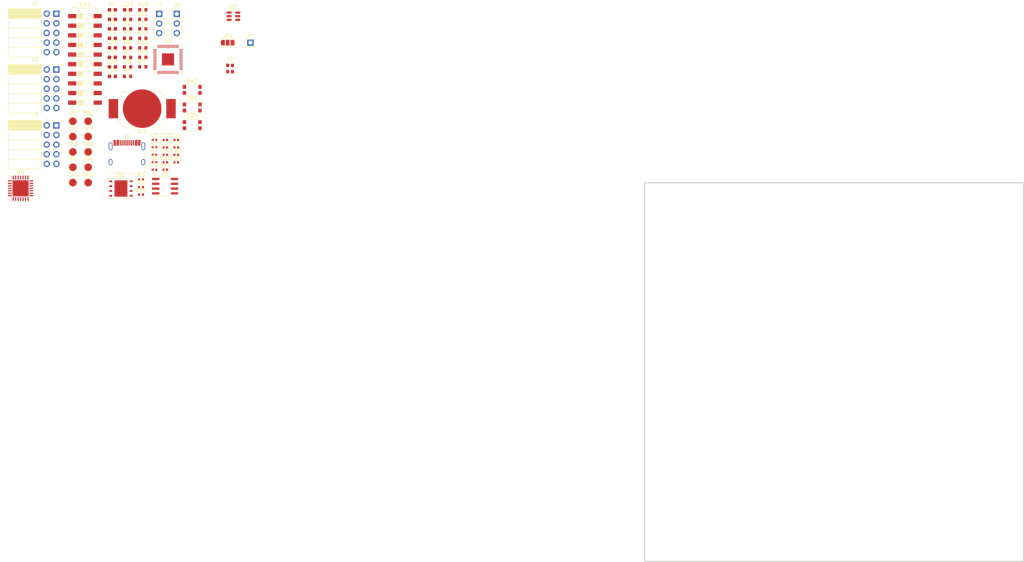
<source format=kicad_pcb>
(kicad_pcb (version 20240108) (generator "pcbnew") (generator_version "8.0")
  (layers (0 "F.Cu" signal) (31 "B.Cu" signal) (34 "B.Paste" user) (35 "F.Paste" user) (36 "B.SilkS" user "B.Silkscreen") (37 "F.SilkS" user "F.Silkscreen") (38 "B.Mask" user) (39 "F.Mask" user) (44 "Edge.Cuts" user))
  (net 0 "")
  (net 1 "Net-(BT1-+)")
  (net 2 "GND")
  (net 3 "VBUS")
  (net 4 "+3.3V")
  (net 5 "+1V1")
  (net 6 "Net-(JP1-C)")
  (net 7 "Net-(U2-OUT)")
  (net 8 "+3V3")
  (net 9 "Net-(U4-RUN)")
  (net 10 "Net-(C18-Pad1)")
  (net 11 "Net-(U4-XIN)")
  (net 12 "Net-(C21-Pad2)")
  (net 13 "Net-(U6-GPA2)")
  (net 14 "/Minutes_Tens_B")
  (net 15 "/Minutes_Ones_B")
  (net 16 "/Minutes_Tens_A")
  (net 17 "/UART0 RX")
  (net 18 "/UART0 TX")
  (net 19 "/Minutes_Ones_D")
  (net 20 "/Minutes_Tens_C")
  (net 21 "/Minutes_Ones_A")
  (net 22 "/Minutes_Ones_C")
  (net 23 "/Minutes_Tens_D")
  (net 24 "Net-(J3-Pin_8)")
  (net 25 "/Dimming")
  (net 26 "/I2C1_SCL")
  (net 27 "/I2C1_SDA")
  (net 28 "Net-(J3-Pin_7)")
  (net 29 "Net-(J6-D--PadA7)")
  (net 31 "/Settings_Interrupt")
  (net 32 "Net-(J6-D+-PadA6)")
  (net 33 "/Hours_Tens_A")
  (net 34 "/Hours_Tens_D")
  (net 35 "/Hours_Tens_B")
  (net 36 "/Hours_Tens_C")
  (net 37 "/Hours_Ones_A")
  (net 38 "/Hours_Ones_D")
  (net 39 "/Hours_Ones_B")
  (net 40 "/Hours_Ones_C")
  (net 42 "/UART1_TX")
  (net 43 "/UART1_RX")
  (net 44 "/RTC_Interrupt")
  (net 45 "Net-(J6-CC1)")
  (net 46 "Net-(J6-CC2)")
  (net 47 "Net-(J8-Pin_3)")
  (net 48 "Net-(J8-Pin_1)")
  (net 49 "Net-(U1-FB)")
  (net 50 "Net-(U1-PG)")
  (net 51 "Net-(U4-USB_DM)")
  (net 52 "Net-(U4-USB_DP)")
  (net 53 "Net-(U4-QSPI_SS)")
  (net 54 "Net-(U4-XOUT)")
  (net 55 "Net-(U6-~{RESET})")
  (net 56 "Net-(U6-INTB)")
  (net 57 "Net-(U6-GPB7)")
  (net 58 "Net-(U6-GPB3)")
  (net 59 "Net-(U6-GPB4)")
  (net 60 "Net-(U6-GPA1)")
  (net 61 "Net-(U6-GPA0)")
  (net 62 "Net-(U6-GPB5)")
  (net 63 "Net-(U6-GPB2)")
  (net 64 "Net-(U6-GPB1)")
  (net 65 "Net-(U6-GPB0)")
  (net 66 "Net-(U6-GPB6)")
  (net 67 "Net-(U4-GPIO27_ADC1)")
  (net 68 "Net-(U4-GPIO28_ADC2)")
  (net 69 "Net-(U4-GPIO29_ADC3)")
  (net 70 "Net-(U6-GPA3)")
  (net 71 "Net-(U6-GPA4)")
  (net 72 "Net-(U6-GPA5)")
  (net 73 "Net-(U6-GPA6)")
  (net 74 "Net-(U6-GPA7)")
  (net 75 "/GPS_Enable")
  (net 77 "Net-(U4-QSPI_SD2)")
  (net 78 "/GPS_Connected")
  (net 79 "Net-(U4-QSPI_SD1)")
  (net 80 "Net-(U4-QSPI_SD3)")
  (net 81 "Net-(U4-QSPI_SD0)")
  (net 82 "Net-(U4-QSPI_SCLK)")
  (footprint "Package_SON:WSON-8-1EP_6x5mm_P1.27mm_EP3.4x4.3mm" (layer "F.Cu") (at -38.1775 51.515)
    (property "Reference" "U5" (at 0 -3.45 0) (layer "F.SilkS"))
    (property "Value" "W25Q128JVP")
    (pad "1" smd roundrect (at -2.7 -1.905) (size 0.75 0.5) (layers "F.Cu" "F.Paste" "F.Mask") (net 53 "Net-(U4-QSPI_SS)"))
    (pad "2" smd roundrect (at -2.7 -0.635) (size 0.75 0.5) (layers "F.Cu" "F.Paste" "F.Mask") (net 79 "Net-(U4-QSPI_SD1)"))
    (pad "3" smd roundrect (at -2.7 0.635) (size 0.75 0.5) (layers "F.Cu" "F.Paste" "F.Mask") (net 77 "Net-(U4-QSPI_SD2)"))
    (pad "4" smd roundrect (at -2.7 1.905) (size 0.75 0.5) (layers "F.Cu" "F.Paste" "F.Mask") (net 2 "GND"))
    (pad "5" smd roundrect (at 2.7 1.905) (size 0.75 0.5) (layers "F.Cu" "F.Paste" "F.Mask") (net 81 "Net-(U4-QSPI_SD0)"))
    (pad "6" smd roundrect (at 2.7 0.635) (size 0.75 0.5) (layers "F.Cu" "F.Paste" "F.Mask") (net 82 "Net-(U4-QSPI_SCLK)"))
    (pad "7" smd roundrect (at 2.7 -0.635) (size 0.75 0.5) (layers "F.Cu" "F.Paste" "F.Mask") (net 80 "Net-(U4-QSPI_SD3)"))
    (pad "8" smd roundrect (at 2.7 -1.905) (size 0.75 0.5) (layers "F.Cu" "F.Paste" "F.Mask") (net 8 "+3V3"))
    (pad "9" smd rect (at 0 0) (size 3.4 4.3) (property pad_prop_heatsink) (layers "F.Cu" "F.Mask") (net 2 "GND"))
  )
  (footprint "TestPoint:TestPoint_Pad_D2.0mm" (layer "F.Cu") (at -50.8725 49.95)
    (property "Reference" "TP5" (at 0 -1.998 0) (layer "F.SilkS"))
    (property "Value" "TestPoint")
    (pad "1" smd circle (at 0 0) (size 2 2) (layers "F.Cu" "F.Mask") (net 69 "Net-(U4-GPIO29_ADC3)"))
  )
  (footprint "Capacitor_SMD:C_0402_1005Metric" (layer "F.Cu") (at -29.3225 42.62)
    (property "Reference" "C7" (at 0 -1.16 0) (layer "F.SilkS"))
    (property "Value" "100n")
    (pad "1" smd roundrect (at -0.48 0) (size 0.56 0.62) (layers "F.Cu" "F.Paste" "F.Mask") (net 4 "+3.3V"))
    (pad "2" smd roundrect (at 0.48 0) (size 0.56 0.62) (layers "F.Cu" "F.Paste" "F.Mask") (net 2 "GND"))
  )
  (footprint "Resistor_SMD:R_0603_1608Metric" (layer "F.Cu") (at -32.4225 19.38)
    (property "Reference" "R17" (at 0 -1.43 0) (layer "F.SilkS"))
    (property "Value" "10k")
    (pad "1" smd roundrect (at -0.825 0) (size 0.8 0.95) (layers "F.Cu" "F.Paste" "F.Mask") (net 8 "+3V3"))
    (pad "2" smd roundrect (at 0.825 0) (size 0.8 0.95) (layers "F.Cu" "F.Paste" "F.Mask") (net 56 "Net-(U6-INTB)"))
  )
  (footprint "Package_SO:SOIC-8_3.9x4.9mm_P1.27mm" (layer "F.Cu") (at -26.5325 50.9)
    (property "Reference" "U3" (at 0 -3.4 0) (layer "F.SilkS"))
    (property "Value" "DS3231MZ")
    (pad "1" smd roundrect (at -2.475 -1.905) (size 1.95 0.6) (layers "F.Cu" "F.Paste" "F.Mask"))
    (pad "2" smd roundrect (at -2.475 -0.635) (size 1.95 0.6) (layers "F.Cu" "F.Paste" "F.Mask") (net 8 "+3V3"))
    (pad "3" smd roundrect (at -2.475 0.635) (size 1.95 0.6) (layers "F.Cu" "F.Paste" "F.Mask") (net 44 "/RTC_Interrupt"))
    (pad "4" smd roundrect (at -2.475 1.905) (size 1.95 0.6) (layers "F.Cu" "F.Paste" "F.Mask") (net 8 "+3V3"))
    (pad "5" smd roundrect (at 2.475 1.905) (size 1.95 0.6) (layers "F.Cu" "F.Paste" "F.Mask") (net 2 "GND"))
    (pad "6" smd roundrect (at 2.475 0.635) (size 1.95 0.6) (layers "F.Cu" "F.Paste" "F.Mask") (net 1 "Net-(BT1-+)"))
    (pad "7" smd roundrect (at 2.475 -0.635) (size 1.95 0.6) (layers "F.Cu" "F.Paste" "F.Mask") (net 27 "/I2C1_SDA"))
    (pad "8" smd roundrect (at 2.475 -1.905) (size 1.95 0.6) (layers "F.Cu" "F.Paste" "F.Mask") (net 26 "/I2C1_SCL"))
  )
  (footprint "Resistor_SMD:R_0402_1005Metric" (layer "F.Cu") (at -32.8725 53.14)
    (property "Reference" "R14" (at 0 -1.17 0) (layer "F.SilkS"))
    (property "Value" "1k")
    (pad "1" smd roundrect (at -0.51 0) (size 0.54 0.64) (layers "F.Cu" "F.Paste" "F.Mask") (net 54 "Net-(U4-XOUT)"))
    (pad "2" smd roundrect (at 0.51 0) (size 0.54 0.64) (layers "F.Cu" "F.Paste" "F.Mask") (net 12 "Net-(C21-Pad2)"))
  )
  (footprint "Resistor_SMD:R_0603_1608Metric" (layer "F.Cu") (at -36.4325 19.38)
    (property "Reference" "R8" (at 0 -1.43 0) (layer "F.SilkS"))
    (property "Value" "10k")
    (pad "1" smd roundrect (at -0.825 0) (size 0.8 0.95) (layers "F.Cu" "F.Paste" "F.Mask") (net 9 "Net-(U4-RUN)"))
    (pad "2" smd roundrect (at 0.825 0) (size 0.8 0.95) (layers "F.Cu" "F.Paste" "F.Mask") (net 4 "+3.3V"))
  )
  (footprint "Package_TO_SOT_SMD:SOT-23-6" (layer "F.Cu") (at -8.5 6)
    (property "Reference" "U2" (at 0 -2.4 0) (layer "F.SilkS"))
    (property "Value" "AP22913")
    (pad "1" smd roundrect (at -1.1375 -0.95) (size 1.325 0.6) (layers "F.Cu" "F.Paste" "F.Mask") (net 7 "Net-(U2-OUT)"))
    (pad "2" smd roundrect (at -1.1375 0) (size 1.325 0.6) (layers "F.Cu" "F.Paste" "F.Mask") (net 2 "GND"))
    (pad "3" smd roundrect (at -1.1375 0.95) (size 1.325 0.6) (layers "F.Cu" "F.Paste" "F.Mask") (net 75 "/GPS_Enable"))
    (pad "4" smd roundrect (at 1.1375 0.95) (size 1.325 0.6) (layers "F.Cu" "F.Paste" "F.Mask") (net 6 "Net-(JP1-C)"))
    (pad "5" smd roundrect (at 1.1375 0) (size 1.325 0.6) (layers "F.Cu" "F.Paste" "F.Mask") (net 2 "GND"))
    (pad "6" smd roundrect (at 1.1375 -0.95) (size 1.325 0.6) (layers "F.Cu" "F.Paste" "F.Mask") (net 6 "Net-(JP1-C)"))
  )
  (footprint "Capacitor_SMD:C_0603_1608Metric" (layer "F.Cu") (at -36.4325 4.32)
    (property "Reference" "C23" (at 0 -1.43 0) (layer "F.SilkS"))
    (property "Value" "100n")
    (pad "1" smd roundrect (at -0.775 0) (size 0.9 0.95) (layers "F.Cu" "F.Paste" "F.Mask") (net 13 "Net-(U6-GPA2)"))
    (pad "2" smd roundrect (at 0.775 0) (size 0.9 0.95) (layers "F.Cu" "F.Paste" "F.Mask") (net 2 "GND"))
  )
  (footprint "Resistor_SMD:R_0603_1608Metric" (layer "F.Cu") (at -36.4325 11.85)
    (property "Reference" "R3" (at 0 -1.43 0) (layer "F.SilkS"))
    (property "Value" "499k")
    (pad "1" smd roundrect (at -0.825 0) (size 0.8 0.95) (layers "F.Cu" "F.Paste" "F.Mask") (net 50 "Net-(U1-PG)"))
    (pad "2" smd roundrect (at 0.825 0) (size 0.8 0.95) (layers "F.Cu" "F.Paste" "F.Mask") (net 4 "+3.3V"))
  )
  (footprint "Resistor_SMD:R_0603_1608Metric" (layer "F.Cu") (at -36.4325 6.83)
    (property "Reference" "R1" (at 0 -1.43 0) (layer "F.SilkS"))
    (property "Value" "523k")
    (pad "1" smd roundrect (at -0.825 0) (size 0.8 0.95) (layers "F.Cu" "F.Paste" "F.Mask") (net 49 "Net-(U1-FB)"))
    (pad "2" smd roundrect (at 0.825 0) (size 0.8 0.95) (layers "F.Cu" "F.Paste" "F.Mask") (net 4 "+3.3V"))
  )
  (footprint "Capacitor_SMD:C_0402_1005Metric" (layer "F.Cu") (at -29.3225 40.65)
    (property "Reference" "C6" (at 0 -1.16 0) (layer "F.SilkS"))
    (property "Value" "100n")
    (pad "1" smd roundrect (at -0.48 0) (size 0.56 0.62) (layers "F.Cu" "F.Paste" "F.Mask") (net 5 "+1V1"))
    (pad "2" smd roundrect (at 0.48 0) (size 0.56 0.62) (layers "F.Cu" "F.Paste" "F.Mask") (net 2 "GND"))
  )
  (footprint "Capacitor_SMD:C_0402_1005Metric" (layer "F.Cu") (at -23.5825 42.62)
    (property "Reference" "C20" (at 0 -1.16 0) (layer "F.SilkS"))
    (property "Value" "8p")
    (pad "1" smd roundrect (at -0.48 0) (size 0.56 0.62) (layers "F.Cu" "F.Paste" "F.Mask") (net 2 "GND"))
    (pad "2" smd roundrect (at 0.48 0) (size 0.56 0.62) (layers "F.Cu" "F.Paste" "F.Mask") (net 11 "Net-(U4-XIN)"))
  )
  (footprint "Connector_USB:USB_C_Receptacle_HRO_TYPE-C-31-M-12" (layer "F.Cu") (at -36.6025 43.49)
    (property "Reference" "J6" (at 0 -5.645 0) (layer "F.SilkS"))
    (property "Value" "USB_C_Receptacle_USB2.0")
    (pad "" np_thru_hole circle (at -2.89 -2.6) (size 0.65 0.65) (drill 0.65) (layers "*.Cu" "*.Mask"))
    (pad "" np_thru_hole circle (at 2.89 -2.6) (size 0.65 0.65) (drill 0.65) (layers "*.Cu" "*.Mask"))
    (pad "A1" smd rect (at -3.25 -4.045) (size 0.6 1.45) (layers "F.Cu" "F.Paste" "F.Mask") (net 2 "GND"))
    (pad "A4" smd rect (at -2.45 -4.045) (size 0.6 1.45) (layers "F.Cu" "F.Paste" "F.Mask") (net 3 "VBUS"))
    (pad "A5" smd rect (at -1.25 -4.045) (size 0.3 1.45) (layers "F.Cu" "F.Paste" "F.Mask") (net 45 "Net-(J6-CC1)"))
    (pad "A6" smd rect (at -0.25 -4.045) (size 0.3 1.45) (layers "F.Cu" "F.Paste" "F.Mask") (net 32 "Net-(J6-D+-PadA6)"))
    (pad "A7" smd rect (at 0.25 -4.045) (size 0.3 1.45) (layers "F.Cu" "F.Paste" "F.Mask") (net 29 "Net-(J6-D--PadA7)"))
    (pad "A8" smd rect (at 1.25 -4.045) (size 0.3 1.45) (layers "F.Cu" "F.Paste" "F.Mask"))
    (pad "A9" smd rect (at 2.45 -4.045) (size 0.6 1.45) (layers "F.Cu" "F.Paste" "F.Mask") (net 3 "VBUS"))
    (pad "A12" smd rect (at 3.25 -4.045) (size 0.6 1.45) (layers "F.Cu" "F.Paste" "F.Mask") (net 2 "GND"))
    (pad "B1" smd rect (at 3.25 -4.045) (size 0.6 1.45) (layers "F.Cu" "F.Paste" "F.Mask") (net 2 "GND"))
    (pad "B4" smd rect (at 2.45 -4.045) (size 0.6 1.45) (layers "F.Cu" "F.Paste" "F.Mask") (net 3 "VBUS"))
    (pad "B5" smd rect (at 1.75 -4.045) (size 0.3 1.45) (layers "F.Cu" "F.Paste" "F.Mask") (net 46 "Net-(J6-CC2)"))
    (pad "B6" smd rect (at 0.75 -4.045) (size 0.3 1.45) (layers "F.Cu" "F.Paste" "F.Mask") (net 32 "Net-(J6-D+-PadA6)"))
    (pad "B7" smd rect (at -0.75 -4.045) (size 0.3 1.45) (layers "F.Cu" "F.Paste" "F.Mask") (net 29 "Net-(J6-D--PadA7)"))
    (pad "B8" smd rect (at -1.75 -4.045) (size 0.3 1.45) (layers "F.Cu" "F.Paste" "F.Mask"))
    (pad "B9" smd rect (at -2.45 -4.045) (size 0.6 1.45) (layers "F.Cu" "F.Paste" "F.Mask") (net 3 "VBUS"))
    (pad "B12" smd rect (at -3.25 -4.045) (size 0.6 1.45) (layers "F.Cu" "F.Paste" "F.Mask") (net 2 "GND"))
    (pad "S1" thru_hole oval (at -4.32 -3.13) (size 1 2.1) (drill oval 0.6 1.7) (layers "*.Cu" "*.Mask") (net 2 "GND"))
    (pad "S1" thru_hole oval (at -4.32 1.05) (size 1 1.6) (drill oval 0.6 1.2) (layers "*.Cu" "*.Mask") (net 2 "GND"))
    (pad "S1" thru_hole oval (at 4.32 -3.13) (size 1 2.1) (drill oval 0.6 1.7) (layers "*.Cu" "*.Mask") (net 2 "GND"))
    (pad "S1" thru_hole oval (at 4.32 1.05) (size 1 1.6) (drill oval 0.6 1.2) (layers "*.Cu" "*.Mask") (net 2 "GND"))
  )
  (footprint "Capacitor_SMD:C_0603_1608Metric" (layer "F.Cu") (at -40.4425 9.34)
    (property "Reference" "C3" (at 0 -1.43 0) (layer "F.SilkS"))
    (property "Value" "1u")
    (pad "1" smd roundrect (at -0.775 0) (size 0.9 0.95) (layers "F.Cu" "F.Paste" "F.Mask") (net 6 "Net-(JP1-C)"))
    (pad "2" smd roundrect (at 0.775 0) (size 0.9 0.95) (layers "F.Cu" "F.Paste" "F.Mask") (net 2 "GND"))
  )
  (footprint "Capacitor_SMD:C_0603_1608Metric" (layer "F.Cu") (at -40.4425 19.38)
    (property "Reference" "C18" (at 0 -1.43 0) (layer "F.SilkS"))
    (property "Value" "100n")
    (pad "1" smd roundrect (at -0.775 0) (size 0.9 0.95) (layers "F.Cu" "F.Paste" "F.Mask") (net 10 "Net-(C18-Pad1)"))
    (pad "2" smd roundrect (at 0.775 0) (size 0.9 0.95) (layers "F.Cu" "F.Paste" "F.Mask") (net 2 "GND"))
  )
  (footprint "Capacitor_SMD:C_0402_1005Metric" (layer "F.Cu") (at -29.3225 44.59)
    (property "Reference" "C8" (at 0 -1.16 0) (layer "F.SilkS"))
    (property "Value" "100n")
    (pad "1" smd roundrect (at -0.48 0) (size 0.56 0.62) (layers "F.Cu" "F.Paste" "F.Mask") (net 4 "+3.3V"))
    (pad "2" smd roundrect (at 0.48 0) (size 0.56 0.62) (layers "F.Cu" "F.Paste" "F.Mask") (net 2 "GND"))
  )
  (footprint "Jumper:SolderJumper-3_P1.3mm_Open_RoundedPad1.0x1.5mm" (layer "F.Cu") (at -10 13)
    (property "Reference" "JP1" (at 0 -1.8 0) (layer "F.SilkS"))
    (property "Value" "SolderJumper_3_Open")
    (pad "1" smd custom (at -1.3 0) (size 1 0.5) (layers "F.Cu" "F.Mask") (net 3 "VBUS") (options (clearance outline) (anchor rect)) (primitives (gr_circle (center 0 0.25) (end 0.5 0.25) (width 0) (fill yes)) (gr_circle (center 0 -0.25) (end 0.5 -0.25) (width 0) (fill yes)) (gr_poly (pts (xy 0.55 0.75) (xy 0 0.75) (xy 0 -0.75) (xy 0.55 -0.75)) (width 0) (fill yes))))
    (pad "2" smd rect (at 0 0) (size 1 1.5) (layers "F.Cu" "F.Mask") (net 6 "Net-(JP1-C)"))
    (pad "3" smd custom (at 1.3 0) (size 1 0.5) (layers "F.Cu" "F.Mask") (net 4 "+3.3V") (options (clearance outline) (anchor rect)) (primitives (gr_circle (center 0 0.25) (end 0.5 0.25) (width 0) (fill yes)) (gr_circle (center 0 -0.25) (end 0.5 -0.25) (width 0) (fill yes)) (gr_poly (pts (xy 0 0.75) (xy -0.55 0.75) (xy -0.55 -0.75) (xy 0 -0.75)) (width 0) (fill yes))))
  )
  (footprint "Button_Switch_SMD:SW_DIP_SPSTx10_Slide_6.7x26.96mm_W6.73mm_P2.54mm_LowProfile_JPin" (layer "F.Cu") (at -47.6725 17.405)
    (property "Reference" "SW3" (at 0 -14.54 0) (layer "F.SilkS"))
    (property "Value" "SW_DIP_x10")
    (pad "1" smd rect (at -3.365 -11.43) (size 2.16 1.12) (layers "F.Cu" "F.Paste" "F.Mask") (net 65 "Net-(U6-GPB0)"))
    (pad "2" smd rect (at -3.365 -8.89) (size 2.16 1.12) (layers "F.Cu" "F.Paste" "F.Mask") (net 64 "Net-(U6-GPB1)"))
    (pad "3" smd rect (at -3.365 -6.35) (size 2.16 1.12) (layers "F.Cu" "F.Paste" "F.Mask") (net 63 "Net-(U6-GPB2)"))
    (pad "4" smd rect (at -3.365 -3.81) (size 2.16 1.12) (layers "F.Cu" "F.Paste" "F.Mask") (net 58 "Net-(U6-GPB3)"))
    (pad "5" smd rect (at -3.365 -1.27) (size 2.16 1.12) (layers "F.Cu" "F.Paste" "F.Mask") (net 59 "Net-(U6-GPB4)"))
    (pad "6" smd rect (at -3.365 1.27) (size 2.16 1.12) (layers "F.Cu" "F.Paste" "F.Mask") (net 62 "Net-(U6-GPB5)"))
    (pad "7" smd rect (at -3.365 3.81) (size 2.16 1.12) (layers "F.Cu" "F.Paste" "F.Mask") (net 66 "Net-(U6-GPB6)"))
    (pad "8" smd rect (at -3.365 6.35) (size 2.16 1.12) (layers "F.Cu" "F.Paste" "F.Mask") (net 57 "Net-(U6-GPB7)"))
    (pad "9" smd rect (at -3.365 8.89) (size 2.16 1.12) (layers "F.Cu" "F.Paste" "F.Mask") (net 61 "Net-(U6-GPA0)"))
    (pad "10" smd rect (at -3.365 11.43) (size 2.16 1.12) (layers "F.Cu" "F.Paste" "F.Mask") (net 60 "Net-(U6-GPA1)"))
    (pad "11" smd rect (at 3.365 11.43) (size 2.16 1.12) (layers "F.Cu" "F.Paste" "F.Mask") (net 2 "GND"))
    (pad "12" smd rect (at 3.365 8.89) (size 2.16 1.12) (layers "F.Cu" "F.Paste" "F.Mask") (net 2 "GND"))
    (pad "13" smd rect (at 3.365 6.35) (size 2.16 1.12) (layers "F.Cu" "F.Paste" "F.Mask") (net 2 "GND"))
    (pad "14" smd rect (at 3.365 3.81) (size 2.16 1.12) (layers "F.Cu" "F.Paste" "F.Mask") (net 2 "GND"))
    (pad "15" smd rect (at 3.365 1.27) (size 2.16 1.12) (layers "F.Cu" "F.Paste" "F.Mask") (net 2 "GND"))
    (pad "16" smd rect (at 3.365 -1.27) (size 2.16 1.12) (layers "F.Cu" "F.Paste" "F.Mask") (net 2 "GND"))
    (pad "17" smd rect (at 3.365 -3.81) (size 2.16 1.12) (layers "F.Cu" "F.Paste" "F.Mask") (net 2 "GND"))
    (pad "18" smd rect (at 3.365 -6.35) (size 2.16 1.12) (layers "F.Cu" "F.Paste" "F.Mask") (net 2 "GND"))
    (pad "19" smd rect (at 3.365 -8.89) (size 2.16 1.12) (layers "F.Cu" "F.Paste" "F.Mask") (net 2 "GND"))
    (pad "20" smd rect (at 3.365 -11.43) (size 2.16 1.12) (layers "F.Cu" "F.Paste" "F.Mask") (net 2 "GND"))
  )
  (footprint "TestPoint:TestPoint_Pad_D2.0mm" (layer "F.Cu") (at -46.8225 41.85)
    (property "Reference" "TP8" (at 0 -1.998 0) (layer "F.SilkS"))
    (property "Value" "TestPoint")
    (pad "1" smd circle (at 0 0) (size 2 2) (layers "F.Cu" "F.Mask") (net 72 "Net-(U6-GPA5)"))
  )
  (footprint "Capacitor_SMD:C_0402_1005Metric" (layer "F.Cu") (at -23.5825 44.59)
    (property "Reference" "C21" (at 0 -1.16 0) (layer "F.SilkS"))
    (property "Value" "8p")
    (pad "1" smd roundrect (at -0.48 0) (size 0.56 0.62) (layers "F.Cu" "F.Paste" "F.Mask") (net 2 "GND"))
    (pad "2" smd roundrect (at 0.48 0) (size 0.56 0.62) (layers "F.Cu" "F.Paste" "F.Mask") (net 12 "Net-(C21-Pad2)"))
  )
  (footprint "Capacitor_SMD:C_0603_1608Metric" (layer "F.Cu") (at -40.4425 21.89)
    (property "Reference" "C22" (at 0 -1.43 0) (layer "F.SilkS"))
    (property "Value" "100n")
    (pad "1" smd roundrect (at -0.775 0) (size 0.9 0.95) (layers "F.Cu" "F.Paste" "F.Mask") (net 8 "+3V3"))
    (pad "2" smd roundrect (at 0.775 0) (size 0.9 0.95) (layers "F.Cu" "F.Paste" "F.Mask") (net 2 "GND"))
  )
  (footprint "Connector_PinSocket_2.54mm:PinSocket_2x05_P2.54mm_Horizontal" (layer "F.Cu") (at -55.2225 20.09)
    (property "Reference" "J2" (at -5.65 -2.77 0) (layer "F.SilkS"))
    (property "Value" "Conn_01x10_Socket")
    (pad "1" thru_hole rect (at 0 0) (size 1.7 1.7) (drill 1) (layers "*.Cu" "*.Mask") (net 2 "GND"))
    (pad "2" thru_hole oval (at -2.54 0) (size 1.7 1.7) (drill 1) (layers "*.Cu" "*.Mask") (net 16 "/Minutes_Tens_A"))
    (pad "3" thru_hole oval (at 0 2.54) (size 1.7 1.7) (drill 1) (layers "*.Cu" "*.Mask") (net 23 "/Minutes_Tens_D"))
    (pad "4" thru_hole oval (at -2.54 2.54) (size 1.7 1.7) (drill 1) (layers "*.Cu" "*.Mask") (net 14 "/Minutes_Tens_B"))
    (pad "5" thru_hole oval (at 0 5.08) (size 1.7 1.7) (drill 1) (layers "*.Cu" "*.Mask") (net 20 "/Minutes_Tens_C"))
    (pad "6" thru_hole oval (at -2.54 5.08) (size 1.7 1.7) (drill 1) (layers "*.Cu" "*.Mask") (net 22 "/Minutes_Ones_C"))
    (pad "7" thru_hole oval (at 0 7.62) (size 1.7 1.7) (drill 1) (layers "*.Cu" "*.Mask") (net 15 "/Minutes_Ones_B"))
    (pad "8" thru_hole oval (at -2.54 7.62) (size 1.7 1.7) (drill 1) (layers "*.Cu" "*.Mask") (net 19 "/Minutes_Ones_D"))
    (pad "9" thru_hole oval (at 0 10.16) (size 1.7 1.7) (drill 1) (layers "*.Cu" "*.Mask") (net 21 "/Minutes_Ones_A"))
    (pad "10" thru_hole oval (at -2.54 10.16) (size 1.7 1.7) (drill 1) (layers "*.Cu" "*.Mask") (net 2 "GND"))
  )
  (footprint "Resistor_SMD:R_0603_1608Metric" (layer "F.Cu") (at -32.4225 14.36)
    (property "Reference" "R15" (at 0 -1.43 0) (layer "F.SilkS"))
    (property "Value" "10k")
    (pad "1" smd roundrect (at -0.825 0) (size 0.8 0.95) (layers "F.Cu" "F.Paste" "F.Mask") (net 8 "+3V3"))
    (pad "2" smd roundrect (at 0.825 0) (size 0.8 0.95) (layers "F.Cu" "F.Paste" "F.Mask") (net 55 "Net-(U6-~{RESET})"))
  )
  (footprint "Connector_PinSocket_2.54mm:PinSocket_2x05_P2.54mm_Horizontal" (layer "F.Cu") (at -55.2225 34.84)
    (property "Reference" "J3" (at -5.65 -2.77 0) (layer "F.SilkS"))
    (property "Value" "Conn_01x10_Socket")
    (pad "1" thru_hole rect (at 0 0) (size 1.7 1.7) (drill 1) (layers "*.Cu" "*.Mask") (net 3 "VBUS"))
    (pad "2" thru_hole oval (at -2.54 0) (size 1.7 1.7) (drill 1) (layers "*.Cu" "*.Mask") (net 3 "VBUS"))
    (pad "3" thru_hole oval (at 0 2.54) (size 1.7 1.7) (drill 1) (layers "*.Cu" "*.Mask") (net 4 "+3.3V"))
    (pad "4" thru_hole oval (at -2.54 2.54) (size 1.7 1.7) (drill 1) (layers "*.Cu" "*.Mask") (net 27 "/I2C1_SDA"))
    (pad "5" thru_hole oval (at 0 5.08) (size 1.7 1.7) (drill 1) (layers "*.Cu" "*.Mask") (net 26 "/I2C1_SCL"))
    (pad "6" thru_hole oval (at -2.54 5.08) (size 1.7 1.7) (drill 1) (layers "*.Cu" "*.Mask") (net 25 "/Dimming"))
    (pad "7" thru_hole oval (at 0 7.62) (size 1.7 1.7) (drill 1) (layers "*.Cu" "*.Mask") (net 28 "Net-(J3-Pin_7)"))
    (pad "8" thru_hole oval (at -2.54 7.62) (size 1.7 1.7) (drill 1) (layers "*.Cu" "*.Mask") (net 24 "Net-(J3-Pin_8)"))
    (pad "9" thru_hole oval (at 0 10.16) (size 1.7 1.7) (drill 1) (layers "*.Cu" "*.Mask") (net 2 "GND"))
    (pad "10" thru_hole oval (at -2.54 10.16) (size 1.7 1.7) (drill 1) (layers "*.Cu" "*.Mask") (net 2 "GND"))
  )
  (footprint "Capacitor_SMD:C_0603_1608Metric" (layer "F.Cu") (at -40.4425 6.83)
    (property "Reference" "C2" (at 0 -1.43 0) (layer "F.SilkS"))
    (property "Value" "22u")
    (pad "1" smd roundrect (at -0.775 0) (size 0.9 0.95) (layers "F.Cu" "F.Paste" "F.Mask") (net 4 "+3.3V"))
    (pad "2" smd roundrect (at 0.775 0) (size 0.9 0.95) (layers "F.Cu" "F.Paste" "F.Mask") (net 2 "GND"))
  )
  (footprint "Capacitor_SMD:C_0402_1005Metric" (layer "F.Cu") (at -23.5825 40.65)
    (property "Reference" "C19" (at 0 -1.16 0) (layer "F.SilkS"))
    (property "Value" "1u")
    (pad "1" smd roundrect (at -0.48 0) (size 0.56 0.62) (layers "F.Cu" "F.Paste" "F.Mask") (net 1 "Net-(BT1-+)"))
    (pad "2" smd roundrect (at 0.48 0) (size 0.56 0.62) (layers "F.Cu" "F.Paste" "F.Mask") (net 2 "GND"))
  )
  (footprint "Resistor_SMD:R_0603_1608Metric" (layer "F.Cu") (at -36.4325 16.87)
    (property "Reference" "R7" (at 0 -1.43 0) (layer "F.SilkS"))
    (property "Value" "5.1k")
    (pad "1" smd roundrect (at -0.825 0) (size 0.8 0.95) (layers "F.Cu" "F.Paste" "F.Mask") (net 2 "GND"))
    (pad "2" smd roundrect (at 0.825 0) (size 0.8 0.95) (layers "F.Cu" "F.Paste" "F.Mask") (net 45 "Net-(J6-CC1)"))
  )
  (footprint "Resistor_SMD:R_0603_1608Metric" (layer "F.Cu") (at -36.4325 14.36)
    (property "Reference" "R6" (at 0 -1.43 0) (layer "F.SilkS"))
    (property "Value" "5.1k")
    (pad "1" smd roundrect (at -0.825 0) (size 0.8 0.95) (layers "F.Cu" "F.Paste" "F.Mask") (net 2 "GND"))
    (pad "2" smd roundrect (at 0.825 0) (size 0.8 0.95) (layers "F.Cu" "F.Paste" "F.Mask") (net 46 "Net-(J6-CC2)"))
  )
  (footprint "Button_Switch_SMD:SW_Push_1P1T_NO_CK_KMR2" (layer "F.Cu") (at -19.3725 25.47)
    (property "Reference" "SW1" (at 0 -2.45 0) (layer "F.SilkS"))
    (property "Value" "SW_Push")
    (pad "1" smd rect (at -2.05 -0.8) (size 0.9 1) (layers "F.Cu" "F.Paste" "F.Mask") (net 2 "GND"))
    (pad "1" smd rect (at 2.05 -0.8) (size 0.9 1) (layers "F.Cu" "F.Paste" "F.Mask") (net 2 "GND"))
    (pad "2" smd rect (at -2.05 0.8) (size 0.9 1) (layers "F.Cu" "F.Paste" "F.Mask") (net 9 "Net-(U4-RUN)"))
    (pad "2" smd rect (at 2.05 0.8) (size 0.9 1) (layers "F.Cu" "F.Paste" "F.Mask") (net 9 "Net-(U4-RUN)"))
  )
  (footprint "TestPoint:TestPoint_Pad_D2.0mm" (layer "F.Cu") (at -50.8725 33.75)
    (property "Reference" "TP1" (at 0 -1.998 0) (layer "F.SilkS"))
    (property "Value" "TestPoint")
    (pad "1" smd circle (at 0 0) (size 2 2) (layers "F.Cu" "F.Mask") (net 24 "Net-(J3-Pin_8)"))
  )
  (footprint "Connector_PinHeader_2.54mm:PinHeader_1x03_P2.54mm_Vertical" (layer "F.Cu") (at -28.0925 5.39)
    (property "Reference" "J7" (at 0 -2.33 0) (layer "F.SilkS"))
    (property "Value" "Conn_01x03_2.54mm")
    (pad "1" thru_hole rect (at 0 0) (size 1.7 1.7) (drill 1) (layers "*.Cu" "*.Mask") (net 2 "GND"))
    (pad "2" thru_hole oval (at 0 2.54) (size 1.7 1.7) (drill 1) (layers "*.Cu" "*.Mask") (net 17 "/UART0 RX"))
    (pad "3" thru_hole oval (at 0 5.08) (size 1.7 1.7) (drill 1) (layers "*.Cu" "*.Mask") (net 18 "/UART0 TX"))
  )
  (footprint "Capacitor_SMD:C_0402_1005Metric" (layer "F.Cu") (at -23.5825 38.68)
    (property "Reference" "C15" (at 0 -1.16 0) (layer "F.SilkS"))
    (property "Value" "1u")
    (pad "1" smd roundrect (at -0.48 0) (size 0.56 0.62) (layers "F.Cu" "F.Paste" "F.Mask") (net 4 "+3.3V"))
    (pad "2" smd roundrect (at 0.48 0) (size 0.56 0.62) (layers "F.Cu" "F.Paste" "F.Mask") (net 2 "GND"))
  )
  (footprint "TestPoint:TestPoint_Pad_D2.0mm" (layer "F.Cu") (at -50.8725 45.9)
    (property "Reference" "TP4" (at 0 -1.998 0) (layer "F.SilkS"))
    (property "Value" "TestPoint")
    (pad "1" smd circle (at 0 0) (size 2 2) (layers "F.Cu" "F.Mask") (net 68 "Net-(U4-GPIO28_ADC2)"))
  )
  (footprint "Connector_PinHeader_2.54mm:PinHeader_1x03_P2.54mm_Vertical" (layer "F.Cu") (at -23.4425 5.39)
    (property "Reference" "J8" (at 0 -2.33 0) (layer "F.SilkS"))
    (property "Value" "Conn_01x03_2.54mm")
    (pad "1" thru_hole rect (at 0 0) (size 1.7 1.7) (drill 1) (layers "*.Cu" "*.Mask") (net 48 "Net-(J8-Pin_1)"))
    (pad "2" thru_hole oval (at 0 2.54) (size 1.7 1.7) (drill 1) (layers "*.Cu" "*.Mask") (net 2 "GND"))
    (pad "3" thru_hole oval (at 0 5.08) (size 1.7 1.7) (drill 1) (layers "*.Cu" "*.Mask") (net 47 "Net-(J8-Pin_3)"))
  )
  (footprint "Capacitor_SMD:C_0603_1608Metric" (layer "F.Cu") (at -40.4425 16.87)
    (property "Reference" "C17" (at 0 -1.43 0) (layer "F.SilkS"))
    (property "Value" "100n")
    (pad "1" smd roundrect (at -0.775 0) (size 0.9 0.95) (layers "F.Cu" "F.Paste" "F.Mask") (net 8 "+3V3"))
    (pad "2" smd roundrect (at 0.775 0) (size 0.9 0.95) (layers "F.Cu" "F.Paste" "F.Mask") (net 2 "GND"))
  )
  (footprint "Capacitor_SMD:C_0402_1005Metric" (layer "F.Cu") (at -26.4525 40.65)
    (property "Reference" "C11" (at 0 -1.16 0) (layer "F.SilkS"))
    (property "Value" "100n")
    (pad "1" smd roundrect (at -0.48 0) (size 0.56 0.62) (layers "F.Cu" "F.Paste" "F.Mask") (net 4 "+3.3V"))
    (pad "2" smd roundrect (at 0.48 0) (size 0.56 0.62) (layers "F.Cu" "F.Paste" "F.Mask") (net 2 "GND"))
  )
  (footprint "Battery:BatteryHolder_LINX_BAT-HLD-012-SMT" (layer "F.Cu") (at -32.5725 30.42)
    (property "Reference" "BT1" (at 0 6 0) (layer "F.SilkS"))
    (property "Value" "CR1220")
    (pad "1" smd rect (at -7.6 0) (size 2.5 5.1) (layers "F.Cu" "F.Paste" "F.Mask") (net 1 "Net-(BT1-+)"))
    (pad "1" smd rect (at 7.6 0) (size 2.5 5.1) (layers "F.Cu" "F.Paste" "F.Mask") (net 1 "Net-(BT1-+)"))
    (pad "2" smd circle (at 0 0) (size 10.2 10.2) (layers "F.Cu" "F.Mask") (net 2 "GND"))
  )
  (footprint "Button_Switch_SMD:SW_Push_1P1T_NO_CK_KMR2" (layer "F.Cu") (at -19.3725 34.77)
    (property "Reference" "SW4" (at 0 -2.45 0) (layer "F.SilkS"))
    (property "Value" "SW_Push")
    (pad "1" smd rect (at -2.05 -0.8) (size 0.9 1) (layers "F.Cu" "F.Paste" "F.Mask") (net 13 "Net-(U6-GPA2)"))
    (pad "1" smd rect (at 2.05 -0.8) (size 0.9 1) (layers "F.Cu" "F.Paste" "F.Mask") (net 13 "Net-(U6-GPA2)"))
    (pad "2" smd rect (at -2.05 0.8) (size 0.9 1) (layers "F.Cu" "F.Paste" "F.Mask") (net 2 "GND"))
    (pad "2" smd rect (at 2.05 0.8) (size 0.9 1) (layers "F.Cu" "F.Paste" "F.Mask") (net 2 "GND"))
  )
  (footprint "Capacitor_SMD:C_0402_1005Metric" (layer "F.Cu") (at -26.4525 44.59)
    (property "Reference" "C13" (at 0 -1.16 0) (layer "F.SilkS"))
    (property "Value" "100n")
    (pad "1" smd roundrect (at -0.48 0) (size 0.56 0.62) (layers "F.Cu" "F.Paste" "F.Mask") (net 4 "+3.3V"))
    (pad "2" smd roundrect (at 0.48 0) (size 0.56 0.62) (layers "F.Cu" "F.Paste" "F.Mask") (net 2 "GND"))
  )
  (footprint "TestPoint:TestPoint_Pad_D2.0mm" (layer "F.Cu") (at -50.8725 41.85)
    (property "Reference" "TP3" (at 0 -1.998 0) (layer "F.SilkS"))
    (property "Value" "TestPoint")
    (pad "1" smd circle (at 0 0) (size 2 2) (layers "F.Cu" "F.Mask") (net 67 "Net-(U4-GPIO27_ADC1)"))
  )
  (footprint "TestPoint:TestPoint_Pad_D2.0mm" (layer "F.Cu") (at -46.8225 45.9)
    (property "Reference" "TP9" (at 0 -1.998 0) (layer "F.SilkS"))
    (property "Value" "TestPoint")
    (pad "1" smd circle (at 0 0) (size 2 2) (layers "F.Cu" "F.Mask") (net 73 "Net-(U6-GPA6)"))
  )
  (footprint "Resistor_SMD:R_0603_1608Metric" (layer "F.Cu") (at -32.4225 4.32)
    (property "Reference" "R10" (at 0 -1.43 0) (layer "F.SilkS"))
    (property "Value" "2.2k")
    (pad "1" smd roundrect (at -0.825 0) (size 0.8 0.95) (layers "F.Cu" "F.Paste" "F.Mask") (net 8 "+3V3"))
    (pad "2" smd roundrect (at 0.825 0) (size 0.8 0.95) (layers "F.Cu" "F.Paste" "F.Mask") (net 27 "/I2C1_SDA"))
  )
  (footprint "TestPoint:TestPoint_Pad_D2.0mm" (layer "F.Cu") (at -46.8225 37.8)
    (property "Reference" "TP7" (at 0 -1.998 0) (layer "F.SilkS"))
    (property "Value" "TestPoint")
    (pad "1" smd circle (at 0 0) (size 2 2) (layers "F.Cu" "F.Mask") (net 71 "Net-(U6-GPA4)"))
  )
  (footprint "Capacitor_SMD:C_0603_1608Metric" (layer "F.Cu") (at -40.4425 14.36)
    (property "Reference" "C16" (at 0 -1.43 0) (layer "F.SilkS"))
    (property "Value" "100n")
    (pad "1" smd roundrect (at -0.775 0) (size 0.9 0.95) (layers "F.Cu" "F.Paste" "F.Mask") (net 9 "Net-(U4-RUN)"))
    (pad "2" smd roundrect (at 0.775 0) (size 0.9 0.95) (layers "F.Cu" "F.Paste" "F.Mask") (net 2 "GND"))
  )
  (footprint "Capacitor_SMD:C_0603_1608Metric" (layer "F.Cu") (at -40.4425 4.32)
    (property "Reference" "C1" (at 0 -1.43 0) (layer "F.SilkS"))
    (property "Value" "10u")
    (pad "1" smd roundrect (at -0.775 0) (size 0.9 0.95) (layers "F.Cu" "F.Paste" "F.Mask") (net 3 "VBUS"))
    (pad "2" smd roundrect (at 0.775 0) (size 0.9 0.95) (layers "F.Cu" "F.Paste" "F.Mask") (net 2 "GND"))
  )
  (footprint "Resistor_SMD:R_0603_1608Metric" (layer "F.Cu") (at -32.4225 16.87)
    (property "Reference" "R16" (at 0 -1.43 0) (layer "F.SilkS"))
    (property "Value" "10k")
    (pad "1" smd roundrect (at -0.825 0) (size 0.8 0.95) (layers "F.Cu" "F.Paste" "F.Mask") (net 8 "+3V3"))
    (pad "2" smd roundrect (at 0.825 0) (size 0.8 0.95) (layers "F.Cu" "F.Paste" "F.Mask") (net 31 "/Settings_Interrupt"))
  )
  (footprint "Resistor_SMD:R_0402_1005Metric" (layer "F.Cu") (at -32.8725 51.15)
    (property "Reference" "R5" (at 0 -1.17 0) (layer "F.SilkS"))
    (property "Value" "27.4")
    (pad "1" smd roundrect (at -0.51 0) (size 0.54 0.64) (layers "F.Cu" "F.Paste" "F.Mask") (net 52 "Net-(U4-USB_DP)"))
    (pad "2" smd roundrect (at 0.51 0) (size 0.54 0.64) (layers "F.Cu" "F.Paste" "F.Mask") (net 32 "Net-(J6-D+-PadA6)"))
  )
  (footprint "TestPoint:TestPoint_Pad_D2.0mm" (layer "F.Cu") (at -50.8725 37.8)
    (property "Reference" "TP2" (at 0 -1.998 0) (layer "F.SilkS"))
    (property "Value" "TestPoint")
    (pad "1" smd circle (at 0 0) (size 2 2) (layers "F.Cu" "F.Mask") (net 28 "Net-(J3-Pin_7)"))
  )
  (footprint "Resistor_SMD:R_0603_1608Metric" (layer "F.Cu") (at -32.4225 9.34)
    (property "Reference" "R12" (at 0 -1.43 0) (layer "F.SilkS"))
    (property "Value" "1k")
    (pad "1" smd roundrect (at -0.825 0) (size 0.8 0.95) (layers "F.Cu" "F.Paste" "F.Mask") (net 53 "Net-(U4-QSPI_SS)"))
    (pad "2" smd roundrect (at 0.825 0) (size 0.8 0.95) (layers "F.Cu" "F.Paste" "F.Mask") (net 10 "Net-(C18-Pad1)"))
  )
  (footprint "Capacitor_SMD:C_0402_1005Metric" (layer "F.Cu") (at -26.4525 46.56)
    (property "Reference" "C14" (at 0 -1.16 0) (layer "F.SilkS"))
    (property "Value" "1u")
    (pad "1" smd roundrect (at -0.48 0) (size 0.56 0.62) (layers "F.Cu" "F.Paste" "F.Mask") (net 5 "+1V1"))
    (pad "2" smd roundrect (at 0.48 0) (size 0.56 0.62) (layers "F.Cu" "F.Paste" "F.Mask") (net 2 "GND"))
  )
  (footprint "Capacitor_SMD:C_0402_1005Metric" (layer "F.Cu") (at -29.3225 38.68)
    (property "Reference" "C5" (at 0 -1.16 0) (layer "F.SilkS"))
    (property "Value" "100n")
    (pad "1" smd roundrect (at -0.48 0) (size 0.56 0.62) (layers "F.Cu" "F.Paste" "F.Mask") (net 5 "+1V1"))
    (pad "2" smd roundrect (at 0.48 0) (size 0.56 0.62) (layers "F.Cu" "F.Paste" "F.Mask") (net 2 "GND"))
  )
  (footprint "Capacitor_SMD:C_0402_1005Metric" (layer "F.Cu") (at -26.4525 42.62)
    (property "Reference" "C12" (at 0 -1.16 0) (layer "F.SilkS"))
    (property "Value" "100n")
    (pad "1" smd roundrect (at -0.48 0) (size 0.56 0.62) (layers "F.Cu" "F.Paste" "F.Mask") (net 4 "+3.3V"))
    (pad "2" smd roundrect (at 0.48 0) (size 0.56 0.62) (layers "F.Cu" "F.Paste" "F.Mask") (net 2 "GND"))
  )
  (footprint "Connector_PinHeader_2.54mm:PinHeader_1x01_P2.54mm_Vertical" (layer "F.Cu") (at -4 13)
    (property "Reference" "J4" (at 0 -2.33 0) (layer "F.SilkS"))
    (property "Value" "Conn_01x01_Pin")
    (pad "1" thru_hole rect (at 0 0) (size 1.7 1.7) (drill 1) (layers "*.Cu" "*.Mask") (net 42 "/UART1_TX"))
  )
  (footprint "Connector_PinSocket_2.54mm:PinSocket_2x05_P2.54mm_Horizontal" (layer "F.Cu") (at -55.2225 5.34)
    (property "Reference" "J1" (at -5.65 -2.77 0) (layer "F.SilkS"))
    (property "Value" "Conn_01x10_Socket")
    (pad "1" thru_hole rect (at 0 0) (size 1.7 1.7) (drill 1) (layers "*.Cu" "*.Mask") (net 2 "GND"))
    (pad "2" thru_hole oval (at -2.54 0) (size 1.7 1.7) (drill 1) (layers "*.Cu" "*.Mask") (net 33 "/Hours_Tens_A"))
    (pad "3" thru_hole oval (at 0 2.54) (size 1.7 1.7) (drill 1) (layers "*.Cu" "*.Mask") (net 34 "/Hours_Tens_D"))
    (pad "4" thru_hole oval (at -2.54 2.54) (size 1.7 1.7) (drill 1) (layers "*.Cu" "*.Mask") (net 35 "/Hours_Tens_B"))
    (pad "5" thru_hole oval (at 0 5.08) (size 1.7 1.7) (drill 1) (layers "*.Cu" "*.Mask") (net 36 "/Hours_Tens_C"))
    (pad "6" thru_hole oval (at -2.54 5.08) (size 1.7 1.7) (drill 1) (layers "*.Cu" "*.Mask") (net 40 "/Hours_Ones_C"))
    (pad "7" thru_hole oval (at 0 7.62) (size 1.7 1.7) (drill 1) (layers "*.Cu" "*.Mask") (net 39 "/Hours_Ones_B"))
    (pad "8" thru_hole oval (at -2.54 7.62) (size 1.7 1.7) (drill 1) (layers "*.Cu" "*.Mask") (net 38 "/Hours_Ones_D"))
    (pad "9" thru_hole oval (at 0 10.16) (size 1.7 1.7) (drill 1) (layers "*.Cu" "*.Mask") (net 37 "/Hours_Ones_A"))
    (pad "10" thru_hole oval (at -2.54 10.16) (size 1.7 1.7) (drill 1) (layers "*.Cu" "*.Mask") (net 2 "GND"))
  )
  (footprint "Resistor_SMD:R_0603_1608Metric" (layer "F.Cu") (at -32.4225 11.85)
    (property "Reference" "R13" (at 0 -1.43 0) (layer "F.SilkS"))
    (property "Value" "10k")
    (pad "1" smd roundrect (at -0.825 0) (size 0.8 0.95) (layers "F.Cu" "F.Paste" "F.Mask") (net 8 "+3V3"))
    (pad "2" smd roundrect (at 0.825 0) (size 0.8 0.95) (layers "F.Cu" "F.Paste" "F.Mask") (net 44 "/RTC_Interrupt"))
  )
  (footprint "Capacitor_SMD:C_0603_1608Metric" (layer "F.Cu") (at -40.4425 11.85)
    (property "Reference" "C4" (at 0 -1.43 0) (layer "F.SilkS"))
    (property "Value" "1u")
    (pad "1" smd roundrect (at -0.775 0) (size 0.9 0.95) (layers "F.Cu" "F.Paste" "F.Mask") (net 7 "Net-(U2-OUT)"))
    (pad "2" smd roundrect (at 0.775 0) (size 0.9 0.95) (layers "F.Cu" "F.Paste" "F.Mask") (net 2 "GND"))
  )
  (footprint "Button_Switch_SMD:SW_Push_1P1T_NO_CK_KMR2" (layer "F.Cu") (at -19.3725 30.12)
    (property "Reference" "SW2" (at 0 -2.45 0) (layer "F.SilkS"))
    (property "Value" "SW_Push")
    (pad "1" smd rect (at -2.05 -0.8) (size 0.9 1) (layers "F.Cu" "F.Paste" "F.Mask") (net 2 "GND"))
    (pad "1" smd rect (at 2.05 -0.8) (size 0.9 1) (layers "F.Cu" "F.Paste" "F.Mask") (net 2 "GND"))
    (pad "2" smd rect (at -2.05 0.8) (size 0.9 1) (layers "F.Cu" "F.Paste" "F.Mask") (net 10 "Net-(C18-Pad1)"))
    (pad "2" smd rect (at 2.05 0.8) (size 0.9 1) (layers "F.Cu" "F.Paste" "F.Mask") (net 10 "Net-(C18-Pad1)"))
  )
  (footprint "Resistor_SMD:R_0603_1608Metric" (layer "F.Cu") (at -36.4325 21.89)
    (property "Reference" "R9" (at 0 -1.43 0) (layer "F.SilkS"))
    (property "Value" "2.2k")
    (pad "1" smd roundrect (at -0.825 0) (size 0.8 0.95) (layers "F.Cu" "F.Paste" "F.Mask") (net 8 "+3V3"))
    (pad "2" smd roundrect (at 0.825 0) (size 0.8 0.95) (layers "F.Cu" "F.Paste" "F.Mask") (net 26 "/I2C1_SCL"))
  )
  (footprint "Resistor_SMD:R_0402_1005Metric" (layer "F.Cu") (at -32.8725 49.16)
    (property "Reference" "R4" (at 0 -1.17 0) (layer "F.SilkS"))
    (property "Value" "27.4")
    (pad "1" smd roundrect (at -0.51 0) (size 0.54 0.64) (layers "F.Cu" "F.Paste" "F.Mask") (net 51 "Net-(U4-USB_DM)"))
    (pad "2" smd roundrect (at 0.51 0) (size 0.54 0.64) (layers "F.Cu" "F.Paste" "F.Mask") (net 29 "Net-(J6-D--PadA7)"))
  )
  (footprint "TestPoint:TestPoint_Pad_D2.0mm" (layer "F.Cu") (at -46.8225 49.95)
    (property "Reference" "TP10" (at 0 -1.998 0) (layer "F.SilkS"))
    (property "Value" "TestPoint")
    (pad "1" smd circle (at 0 0) (size 2 2) (layers "F.Cu" "F.Mask") (net 74 "Net-(U6-GPA7)"))
  )
  (footprint "Package_DFN_QFN:QFN-28-1EP_6x6mm_P0.65mm_EP4.25x4.25mm" (layer "F.Cu") (at -64.6625 51.45)
    (property "Reference" "U6" (at 0 -4.31 0) (layer "F.SilkS"))
    (property "Value" "MCP23017_ML")
    (pad "1" smd roundrect (at -2.8375 -1.95) (size 1.025 0.3) (layers "F.Cu" "F.Paste" "F.Mask") (net 59 "Net-(U6-GPB4)"))
    (pad "2" smd roundrect (at -2.8375 -1.3) (size 1.025 0.3) (layers "F.Cu" "F.Paste" "F.Mask") (net 62 "Net-(U6-GPB5)"))
    (pad "3" smd roundrect (at -2.8375 -0.65) (size 1.025 0.3) (layers "F.Cu" "F.Paste" "F.Mask") (net 66 "Net-(U6-GPB6)"))
    (pad "4" smd roundrect (at -2.8375 0) (size 1.025 0.3) (layers "F.Cu" "F.Paste" "F.Mask") (net 57 "Net-(U6-GPB7)"))
    (pad "5" smd roundrect (at -2.8375 0.65) (size 1.025 0.3) (layers "F.Cu" "F.Paste" "F.Mask") (net 8 "+3V3"))
    (pad "6" smd roundrect (at -2.8375 1.3) (size 1.025 0.3) (layers "F.Cu" "F.Paste" "F.Mask") (net 2 "GND"))
    (pad "7" smd roundrect (at -2.8375 1.95) (size 1.025 0.3) (layers "F.Cu" "F.Paste" "F.Mask"))
    (pad "8" smd roundrect (at -1.95 2.8375) (size 0.3 1.025) (layers "F.Cu" "F.Paste" "F.Mask") (net 26 "/I2C1_SCL"))
    (pad "9" smd roundrect (at -1.3 2.8375) (size 0.3 1.025) (layers "F.Cu" "F.Paste" "F.Mask") (net 27 "/I2C1_SDA"))
    (pad "10" smd roundrect (at -0.65 2.8375) (size 0.3 1.025) (layers "F.Cu" "F.Paste" "F.Mask"))
    (pad "11" smd roundrect (at 0 2.8375) (size 0.3 1.025) (layers "F.Cu" "F.Paste" "F.Mask") (net 2 "GND"))
    (pad "12" smd roundrect (at 0.65 2.8375) (size 0.3 1.025) (layers "F.Cu" "F.Paste" "F.Mask") (net 2 "GND"))
    (pad "13" smd roundrect (at 1.3 2.8375) (size 0.3 1.025) (layers "F.Cu" "F.Paste" "F.Mask") (net 2 "GND"))
    (pad "14" smd roundrect (at 1.95 2.8375) (size 0.3 1.025) (layers "F.Cu" "F.Paste" "F.Mask") (net 55 "Net-(U6-~{RESET})"))
    (pad "15" smd roundrect (at 2.8375 1.95) (size 1.025 0.3) (layers "F.Cu" "F.Paste" "F.Mask") (net 56 "Net-(U6-INTB)"))
    (pad "16" smd roundrect (at 2.8375 1.3) (size 1.025 0.3) (layers "F.Cu" "F.Paste" "F.Mask") (net 31 "/Settings_Interrupt"))
    (pad "17" smd roundrect (at 2.8375 0.65) (size 1.025 0.3) (layers "F.Cu" "F.Paste" "F.Mask") (net 61 "Net-(U6-GPA0)"))
    (pad "18" smd roundrect (at 2.8375 0) (size 1.025 0.3) (layers "F.Cu" "F.Paste" "F.Mask") (net 60 "Net-(U6-GPA1)"))
    (pad "19" smd roundrect (at 2.8375 -0.65) (size 1.025 0.3) (layers "F.Cu" "F.Paste" "F.Mask") (net 13 "Net-(U6-GPA2)"))
    (pad "20" smd roundrect (at 2.8375 -1.3) (size 1.025 0.3) (layers "F.Cu" "F.Paste" "F.Mask") (net 70 "Net-(U6-GPA3)"))
    (pad "21" smd roundrect (at 2.8375 -1.95) (size 1.025 0.3) (layers "F.Cu" "F.Paste" "F.Mask") (net 71 "Net-(U6-GPA4)"))
    (pad "22" smd roundrect (at 1.95 -2.8375) (size 0.3 1.025) (layers "F.Cu" "F.Paste" "F.Mask") (net 72 "Net-(U6-GPA5)"))
    (pad "23" smd roundrect (at 1.3 -2.8375) (size 0.3 1.025) (layers "F.Cu" "F.Paste" "F.Mask") (net 73 "Net-(U6-GPA6)"))
    (pad "24" smd roundrect (at 0.65 -2.8375) (size 0.3 1.025) (layers "F.Cu" "F.Paste" "F.Mask") (net 74 "Net-(U6-GPA7)"))
    (pad "25" smd roundrect (at 0 -2.8375) (size 0.3 1.025) (layers "F.Cu" "F.Paste" "F.Mask") (net 65 "Net-(U6-GPB0)"))
    (pad "26" smd roundrect (at -0.65 -2.8375) (size 0.3 1.025) (layers "F.Cu" "F.Paste" "F.Mask") (net 64 "Net-(U6-GPB1)"))
    (pad "27" smd roundrect (at -1.3 -2.8375) (size 0.3 1.025) (layers "F.Cu" "F.Paste" "F.Mask") (net 63 "Net-(U6-GPB2)"))
    (pad "28" smd roundrect (at -1.95 -2.8375) (size 0.3 1.025) (layers "F.Cu" "F.Paste" "F.Mask") (net 58 "Net-(U6-GPB3)"))
    (pad "29" smd rect (at 0 0) (size 4.25 4.25) (property pad_prop_heatsink) (layers "F.Cu" "F.Mask") (net 2 "GND"))
  )
  (footprint "Resistor_SMD:R_0603_1608Metric" (layer "F.Cu") (at -32.4225 6.83)
    (property "Reference" "R11" (at 0 -1.43 0) (layer "F.SilkS"))
    (property "Value" "10k")
    (pad "1" smd roundrect (at -0.825 0) (size 0.8 0.95) (layers "F.Cu" "F.Paste" "F.Mask") (net 10 "Net-(C18-Pad1)"))
    (pad "2" smd roundrect (at 0.825 0) (size 0.8 0.95) (layers "F.Cu" "F.Paste" "F.Mask") (net 4 "+3.3V"))
  )
  (footprint "TestPoint:TestPoint_Pad_D2.0mm" (layer "F.Cu") (at -46.8225 33.75)
    (property "Reference" "TP6" (at 0 -1.998 0) (layer "F.SilkS"))
    (property "Value" "TestPoint")
    (pad "1" smd circle (at 0 0) (size 2 2) (layers "F.Cu" "F.Mask") (net 70 "Net-(U6-GPA3)"))
  )
  (footprint "Crystal:Crystal_SMD_Abracon_ABM10-4Pin_2.5x2.0mm" (layer "F.Cu") (at -9.375 19.825)
    (property "Reference" "Y1" (at 0 -2.5 0) (layer "F.SilkS"))
    (property "Value" "12MHz")
    (pad "1" smd rect (at -0.625 -0.825) (size 0.8 0.9) (layers "F.Cu" "F.Paste" "F.Mask") (net 11 "Net-(U4-XIN)"))
    (pad "2" smd rect (at -0.625 0.825) (size 0.8 0.9) (layers "F.Cu" "F.Paste" "F.Mask") (net 2 "GND"))
    (pad "3" smd rect (at 0.625 0.825) (size 0.8 0.9) (layers "F.Cu" "F.Paste" "F.Mask") (net 12 "Net-(C21-Pad2)"))
    (pad "4" smd rect (at 0.625 -0.825) (size 0.8 0.9) (layers "F.Cu" "F.Paste" "F.Mask") (net 2 "GND"))
  )
  (footprint "Package_DFN_QFN:QFN-56-1EP_7x7mm_P0.4mm_EP3.2x3.2mm" (layer "F.Cu") (at -25.7625 17.42)
    (property "Reference" "U4" (at 0 -4.83 0) (layer "F.SilkS"))
    (property "Value" "RP2040")
    (pad "1" smd roundrect (at -3.4375 -2.6) (size 0.875 0.2) (layers "F.Cu" "F.Paste" "F.Mask") (net 4 "+3.3V"))
    (pad "2" smd roundrect (at -3.4375 -2.2) (size 0.875 0.2) (layers "F.Cu" "F.Paste" "F.Mask") (net 18 "/UART0 TX"))
    (pad "3" smd roundrect (at -3.4375 -1.8) (size 0.875 0.2) (layers "F.Cu" "F.Paste" "F.Mask") (net 17 "/UART0 RX"))
    (pad "4" smd roundrect (at -3.4375 -1.4) (size 0.875 0.2) (layers "F.Cu" "F.Paste" "F.Mask") (net 27 "/I2C1_SDA"))
    (pad "5" smd roundrect (at -3.4375 -1) (size 0.875 0.2) (layers "F.Cu" "F.Paste" "F.Mask") (net 26 "/I2C1_SCL"))
    (pad "6" smd roundrect (at -3.4375 -0.6) (size 0.875 0.2) (layers "F.Cu" "F.Paste" "F.Mask") (net 42 "/UART1_TX"))
    (pad "7" smd roundrect (at -3.4375 -0.2) (size 0.875 0.2) (layers "F.Cu" "F.Paste" "F.Mask") (net 43 "/UART1_RX"))
    (pad "8" smd roundrect (at -3.4375 0.2) (size 0.875 0.2) (layers "F.Cu" "F.Paste" "F.Mask") (net 33 "/Hours_Tens_A"))
    (pad "9" smd roundrect (at -3.4375 0.6) (size 0.875 0.2) (layers "F.Cu" "F.Paste" "F.Mask") (net 34 "/Hours_Tens_D"))
    (pad "10" smd roundrect (at -3.4375 1) (size 0.875 0.2) (layers "F.Cu" "F.Paste" "F.Mask") (net 4 "+3.3V"))
    (pad "11" smd roundrect (at -3.4375 1.4) (size 0.875 0.2) (layers "F.Cu" "F.Paste" "F.Mask") (net 35 "/Hours_Tens_B"))
    (pad "12" smd roundrect (at -3.4375 1.8) (size 0.875 0.2) (layers "F.Cu" "F.Paste" "F.Mask") (net 36 "/Hours_Tens_C"))
    (pad "13" smd roundrect (at -3.4375 2.2) (size 0.875 0.2) (layers "F.Cu" "F.Paste" "F.Mask") (net 37 "/Hours_Ones_A"))
    (pad "14" smd roundrect (at -3.4375 2.6) (size 0.875 0.2) (layers "F.Cu" "F.Paste" "F.Mask") (net 38 "/Hours_Ones_D"))
    (pad "15" smd roundrect (at -2.6 3.4375) (size 0.2 0.875) (layers "F.Cu" "F.Paste" "F.Mask") (net 39 "/Hours_Ones_B"))
    (pad "16" smd roundrect (at -2.2 3.4375) (size 0.2 0.875) (layers "F.Cu" "F.Paste" "F.Mask") (net 40 "/Hours_Ones_C"))
    (pad "17" smd roundrect (at -1.8 3.4375) (size 0.2 0.875) (layers "F.Cu" "F.Paste" "F.Mask") (net 16 "/Minutes_Tens_A"))
    (pad "18" smd roundrect (at -1.4 3.4375) (size 0.2 0.875) (layers "F.Cu" "F.Paste" "F.Mask") (net 23 "/Minutes_Tens_D"))
    (pad "19" smd roundrect (at -1 3.4375) (size 0.2 0.875) (layers "F.Cu" "F.Paste" "F.Mask") (net 2 "GND"))
    (pad "20" smd roundrect (at -0.6 3.4375) (size 0.2 0.875) (layers "F.Cu" "F.Paste" "F.Mask") (net 11 "Net-(U4-XIN)"))
    (pad "21" smd roundrect (at -0.2 3.4375) (size 0.2 0.875) (layers "F.Cu" "F.Paste" "F.Mask") (net 54 "Net-(U4-XOUT)"))
    (pad "22" smd roundrect (at 0.2 3.4375) (size 0.2 0.875) (layers "F.Cu" "F.Paste" "F.Mask") (net 4 "+3.3V"))
    (pad "23" smd roundrect (at 0.6 3.4375) (size 0.2 0.875) (layers "F.Cu" "F.Paste" "F.Mask") (net 5 "+1V1"))
    (pad "24" smd roundrect (at 1 3.4375) (size 0.2 0.875) (layers "F.Cu" "F.Paste" "F.Mask") (net 48 "Net-(J8-Pin_1)"))
    (pad "25" smd roundrect (at 1.4 3.4375) (size 0.2 0.875) (layers "F.Cu" "F.Paste" "F.Mask") (net 47 "Net-(J8-Pin_3)"))
    (pad "26" smd roundrect (at 1.8 3.4375) (size 0.2 0.875) (layers "F.Cu" "F.Paste" "F.Mask") (net 9 "Net-(U4-RUN)"))
    (pad "27" smd roundrect (at 2.2 3.4375) (size 0.2 0.875) (layers "F.Cu" "F.Paste" "F.Mask") (net 14 "/Minutes_Tens_B"))
    (pad "28" smd roundrect (at 2.6 3.4375) (size 0.2 0.875) (layers "F.Cu" "F.Paste" "F.Mask") (net 20 "/Minutes_Tens_C"))
    (pad "29" smd roundrect (at 3.4375 2.6) (size 0.875 0.2) (layers "F.Cu" "F.Paste" "F.Mask") (net 21 "/Minutes_Ones_A"))
    (pad "30" smd roundrect (at 3.4375 2.2) (size 0.875 0.2) (layers "F.Cu" "F.Paste" "F.Mask") (net 19 "/Minutes_Ones_D"))
    (pad "31" smd roundrect (at 3.4375 1.8) (size 0.875 0.2) (layers "F.Cu" "F.Paste" "F.Mask") (net 15 "/Minutes_Ones_B"))
    (pad "32" smd roundrect (at 3.4375 1.4) (size 0.875 0.2) (layers "F.Cu" "F.Paste" "F.Mask") (net 22 "/Minutes_Ones_C"))
    (pad "33" smd roundrect (at 3.4375 1) (size 0.875 0.2) (layers "F.Cu" "F.Paste" "F.Mask") (net 4 "+3.3V"))
    (pad "34" smd roundrect (at 3.4375 0.6) (size 0.875 0.2) (layers "F.Cu" "F.Paste" "F.Mask") (net 25 "/Dimming"))
    (pad "35" smd roundrect (at 3.4375 0.2) (size 0.875 0.2) (layers "F.Cu" "F.Paste" "F.Mask") (net 75 "/GPS_Enable"))
    (pad "36" smd roundrect (at 3.4375 -0.2) (size 0.875 0.2) (layers "F.Cu" "F.Paste" "F.Mask") (net 78 "/GPS_Connected"))
    (pad "37" smd roundrect (at 3.4375 -0.6) (size 0.875 0.2) (layers "F.Cu" "F.Paste" "F.Mask") (net 44 "/RTC_Interrupt"))
    (pad "38" smd roundrect (at 3.4375 -1) (size 0.875 0.2) (layers "F.Cu" "F.Paste" "F.Mask") (net 31 "/Settings_Interrupt"))
    (pad "39" smd roundrect (at 3.4375 -1.4) (size 0.875 0.2) (layers "F.Cu" "F.Paste" "F.Mask") (net 67 "Net-(U4-GPIO27_ADC1)"))
    (pad "40" smd roundrect (at 3.4375 -1.8) (size 0.875 0.2) (layers "F.Cu" "F.Paste" "F.Mask") (net 68 "Net-(U4-GPIO28_ADC2)"))
    (pad "41" smd roundrect (at 3.4375 -2.2) (size 0.875 0.2) (layers "F.Cu" "F.Paste" "F.Mask") (net 69 "Net-(U4-GPIO29_ADC3)"))
    (pad "42" smd roundrect (at 3.4375 -2.6) (size 0.875 0.2) (layers "F.Cu" "F.Paste" "F.Mask") (net 4 "+3.3V"))
    (pad "43" smd roundrect (at 2.6 -3.4375) (size 0.2 0.875) (layers "F.Cu" "F.Paste" "F.Mask") (net 4 "+3.3V"))
    (pad "44" smd roundrect (at 2.2 -3.4375) (size 0.2 0.875) (layers "F.Cu" "F.Paste" "F.Mask") (net 4 "+3.3V"))
    (pad "45" smd roundrect (at 1.8 -3.4375) (size 0.2 0.875) (layers "F.Cu" "F.Paste" "F.Mask") (net 5 "+1V1"))
    (pad "46" smd roundrect (at 1.4 -3.4375) (size 0.2 0.875) (layers "F.Cu" "F.Paste" "F.Mask") (net 51 "Net-(U4-USB_DM)"))
    (pad "47" smd roundrect (at 1 -3.4375) (size 0.2 0.875) (layers "F.Cu" "F.Paste" "F.Mask") (net 52 "Net-(U4-USB_DP)"))
    (pad "48" smd roundrect (at 0.6 -3.4375) (size 0.2 0.875) (layers "F.Cu" "F.Paste" "F.Mask") (net 4 "+3.3V"))
    (pad "49" smd roundrect (at 0.2 -3.4375) (size 0.2 0.875) (layers "F.Cu" "F.Paste" "F.Mask") (net 4 "+3.3V"))
    (pad "50" smd roundrect (at -0.2 -3.4375) (size 0.2 0.875) (layers "F.Cu" "F.Paste" "F.Mask") (net 5 "+1V1"))
    (pad "51" smd roundrect (at -0.6 -3.4375) (size 0.2 0.875) (layers "F.Cu" "F.Paste" "F.Mask") (net 80 "Net-(U4-QSPI_SD3)"))
    (pad "52" smd roundrect (at -1 -3.4375) (size 0.2 0.875) (layers "F.Cu" "F.Paste" "F.Mask") (net 82 "Net-(U4-QSPI_SCLK)"))
    (pad "53" smd roundrect (at -1.4 -3.4375) (size 0.2 0.875) (layers "F.Cu" "F.Paste" "F.Mask") (net 81 "Net-(U4-QSPI_SD0)"))
    (pad "54" smd roundrect (at -1.8 -3.4375) (size 0.2 0.875) (layers "F.Cu" "F.Paste" "F.Mask") (net 77 "Net-(U4-QSPI_SD2)"))
    (pad "55" smd roundrect (at -2.2 -3.4375) (size 0.2 0.875) (layers "F.Cu" "F.Paste" "F.Mask") (net 79 "Net-(U4-QSPI_SD1)"))
    (pad "56" smd roundrect (at -2.6 -3.4375) (size 0.2 0.875) (layers "F.Cu" "F.Paste" "F.Mask") (net 53 "Net-(U4-QSPI_SS)"))
    (pad "57" smd rect (at 0 0) (size 3.2 3.2) (property pad_prop_heatsink) (layers "F.Cu" "F.Mask") (net 2 "GND"))
  )
  (footprint "Capacitor_SMD:C_0402_1005Metric" (layer "F.Cu") (at -26.4525 38.68)
    (property "Reference" "C10" (at 0 -1.16 0) (layer "F.SilkS"))
    (property "Value" "100n")
    (pad "1" smd roundrect (at -0.48 0) (size 0.56 0.62) (layers "F.Cu" "F.Paste" "F.Mask") (net 4 "+3.3V"))
    (pad "2" smd roundrect (at 0.48 0) (size 0.56 0.62) (layers "F.Cu" "F.Paste" "F.Mask") (net 2 "GND"))
  )
  (footprint "Resistor_SMD:R_0603_1608Metric" (layer "F.Cu") (at -36.4325 9.34)
    (property "Reference" "R2" (at 0 -1.43 0) (layer "F.SilkS"))
    (property "Value" "169k")
    (pad "1" smd roundrect (at -0.825 0) (size 0.8 0.95) (layers "F.Cu" "F.Paste" "F.Mask") (net 2 "GND"))
    (pad "2" smd roundrect (at 0.825 0) (size 0.8 0.95) (layers "F.Cu" "F.Paste" "F.Mask") (net 49 "Net-(U1-FB)"))
  )
  (footprint "Capacitor_SMD:C_0402_1005Metric" (layer "F.Cu") (at -29.3225 46.56)
    (property "Reference" "C9" (at 0 -1.16 0) (layer "F.SilkS"))
    (property "Value" "100n")
    (pad "1" smd roundrect (at -0.48 0) (size 0.56 0.62) (layers "F.Cu" "F.Paste" "F.Mask") (net 4 "+3.3V"))
    (pad "2" smd roundrect (at 0.48 0) (size 0.56 0.62) (layers "F.Cu" "F.Paste" "F.Mask") (net 2 "GND"))
  )
  (gr_rect (start 100 50) (end 200 150) (stroke (width 0.3)) (fill none) (layer "Edge.Cuts"))
)
</source>
